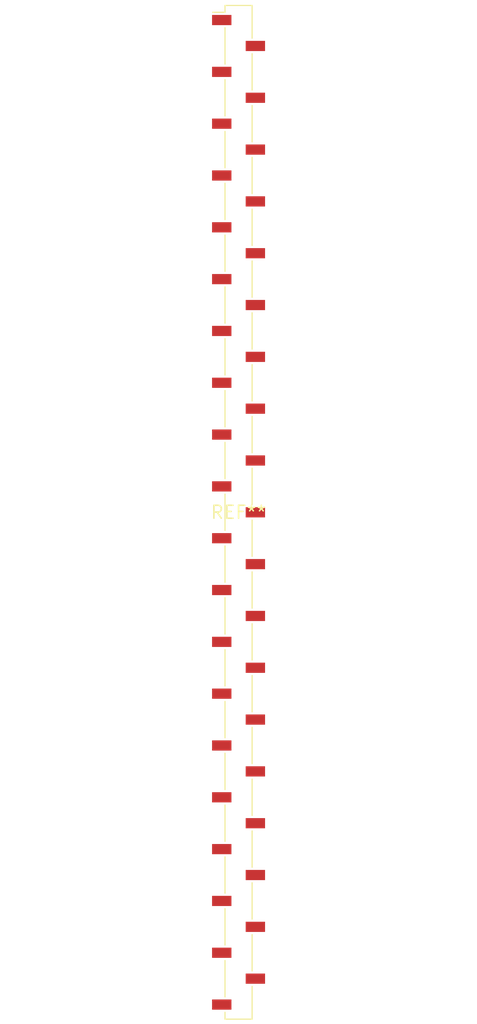
<source format=kicad_pcb>
(kicad_pcb (version 20240108) (generator pcbnew)
  (layers (0 "F.Cu" signal) (31 "B.Cu" signal) (34 "B.Paste" user) (35 "F.Paste" user) (36 "B.SilkS" user "B.Silkscreen") (37 "F.SilkS" user "F.Silkscreen") (38 "B.Mask" user) (39 "F.Mask" user) (44 "Edge.Cuts" user))
  (net 0 "")
  (footprint "PinSocket_1x39_P2.54mm_Vertical_SMD_Pin1Left" (layer "F.Cu") (at 0 0)
    (property "Reference" "REF**")
    (property "Value" "PinSocket_1x39_P2.54mm_Vertical_SMD_Pin1Left")
    (fp_line (start -2.54 -49.02) (end -1.33 -49.02) (layer "F.SilkS") (stroke (width 0.12)))
    (fp_line (start -1.33 -49.69) (end -1.33 -49.02) (layer "F.SilkS") (stroke (width 0.12)))
    (fp_line (start -1.33 -49.69) (end 1.33 -49.69) (layer "F.SilkS") (stroke (width 0.12)))
    (fp_line (start -1.33 -47.5) (end -1.33 -43.94) (layer "F.SilkS") (stroke (width 0.12)))
    (fp_line (start -1.33 -42.42) (end -1.33 -38.86) (layer "F.SilkS") (stroke (width 0.12)))
    (fp_line (start -1.33 -37.34) (end -1.33 -33.78) (layer "F.SilkS") (stroke (width 0.12)))
    (fp_line (start -1.33 -32.26) (end -1.33 -28.7) (layer "F.SilkS") (stroke (width 0.12)))
    (fp_line (start -1.33 -27.18) (end -1.33 -23.62) (layer "F.SilkS") (stroke (width 0.12)))
    (fp_line (start -1.33 -22.1) (end -1.33 -18.54) (layer "F.SilkS") (stroke (width 0.12)))
    (fp_line (start -1.33 -17.02) (end -1.33 -13.46) (layer "F.SilkS") (stroke (width 0.12)))
    (fp_line (start -1.33 -11.94) (end -1.33 -8.38) (layer "F.SilkS") (stroke (width 0.12)))
    (fp_line (start -1.33 -6.86) (end -1.33 -3.3) (layer "F.SilkS") (stroke (width 0.12)))
    (fp_line (start -1.33 -1.78) (end -1.33 1.78) (layer "F.SilkS") (stroke (width 0.12)))
    (fp_line (start -1.33 3.3) (end -1.33 6.86) (layer "F.SilkS") (stroke (width 0.12)))
    (fp_line (start -1.33 8.38) (end -1.33 11.94) (layer "F.SilkS") (stroke (width 0.12)))
    (fp_line (start -1.33 13.46) (end -1.33 17.02) (layer "F.SilkS") (stroke (width 0.12)))
    (fp_line (start -1.33 18.54) (end -1.33 22.1) (layer "F.SilkS") (stroke (width 0.12)))
    (fp_line (start -1.33 23.62) (end -1.33 27.18) (layer "F.SilkS") (stroke (width 0.12)))
    (fp_line (start -1.33 28.7) (end -1.33 32.26) (layer "F.SilkS") (stroke (width 0.12)))
    (fp_line (start -1.33 33.78) (end -1.33 37.34) (layer "F.SilkS") (stroke (width 0.12)))
    (fp_line (start -1.33 38.86) (end -1.33 42.42) (layer "F.SilkS") (stroke (width 0.12)))
    (fp_line (start -1.33 43.94) (end -1.33 47.5) (layer "F.SilkS") (stroke (width 0.12)))
    (fp_line (start -1.33 49.02) (end -1.33 49.69) (layer "F.SilkS") (stroke (width 0.12)))
    (fp_line (start -1.33 49.69) (end 1.33 49.69) (layer "F.SilkS") (stroke (width 0.12)))
    (fp_line (start 1.33 -49.69) (end 1.33 -46.48) (layer "F.SilkS") (stroke (width 0.12)))
    (fp_line (start 1.33 -44.96) (end 1.33 -41.4) (layer "F.SilkS") (stroke (width 0.12)))
    (fp_line (start 1.33 -39.88) (end 1.33 -36.32) (layer "F.SilkS") (stroke (width 0.12)))
    (fp_line (start 1.33 -34.8) (end 1.33 -31.24) (layer "F.SilkS") (stroke (width 0.12)))
    (fp_line (start 1.33 -29.72) (end 1.33 -26.16) (layer "F.SilkS") (stroke (width 0.12)))
    (fp_line (start 1.33 -24.64) (end 1.33 -21.08) (layer "F.SilkS") (stroke (width 0.12)))
    (fp_line (start 1.33 -19.56) (end 1.33 -16) (layer "F.SilkS") (stroke (width 0.12)))
    (fp_line (start 1.33 -14.48) (end 1.33 -10.92) (layer "F.SilkS") (stroke (width 0.12)))
    (fp_line (start 1.33 -9.4) (end 1.33 -5.84) (layer "F.SilkS") (stroke (width 0.12)))
    (fp_line (start 1.33 -4.32) (end 1.33 -0.76) (layer "F.SilkS") (stroke (width 0.12)))
    (fp_line (start 1.33 0.76) (end 1.33 4.32) (layer "F.SilkS") (stroke (width 0.12)))
    (fp_line (start 1.33 5.84) (end 1.33 9.4) (layer "F.SilkS") (stroke (width 0.12)))
    (fp_line (start 1.33 10.92) (end 1.33 14.48) (layer "F.SilkS") (stroke (width 0.12)))
    (fp_line (start 1.33 16) (end 1.33 19.56) (layer "F.SilkS") (stroke (width 0.12)))
    (fp_line (start 1.33 21.08) (end 1.33 24.64) (layer "F.SilkS") (stroke (width 0.12)))
    (fp_line (start 1.33 26.16) (end 1.33 29.72) (layer "F.SilkS") (stroke (width 0.12)))
    (fp_line (start 1.33 31.24) (end 1.33 34.8) (layer "F.SilkS") (stroke (width 0.12)))
    (fp_line (start 1.33 36.32) (end 1.33 39.88) (layer "F.SilkS") (stroke (width 0.12)))
    (fp_line (start 1.33 41.4) (end 1.33 44.96) (layer "F.SilkS") (stroke (width 0.12)))
    (fp_line (start 1.33 46.48) (end 1.33 49.69) (layer "F.SilkS") (stroke (width 0.12)))
    (pad "1" smd rect (at -1.65 -48.26) (size 1.9 1) (layers "F.Cu" "F.Paste" "F.Mask"))
    (pad "2" smd rect (at 1.65 -45.72) (size 1.9 1) (layers "F.Cu" "F.Paste" "F.Mask"))
    (pad "3" smd rect (at -1.65 -43.18) (size 1.9 1) (layers "F.Cu" "F.Paste" "F.Mask"))
    (pad "4" smd rect (at 1.65 -40.64) (size 1.9 1) (layers "F.Cu" "F.Paste" "F.Mask"))
    (pad "5" smd rect (at -1.65 -38.1) (size 1.9 1) (layers "F.Cu" "F.Paste" "F.Mask"))
    (pad "6" smd rect (at 1.65 -35.56) (size 1.9 1) (layers "F.Cu" "F.Paste" "F.Mask"))
    (pad "7" smd rect (at -1.65 -33.02) (size 1.9 1) (layers "F.Cu" "F.Paste" "F.Mask"))
    (pad "8" smd rect (at 1.65 -30.48) (size 1.9 1) (layers "F.Cu" "F.Paste" "F.Mask"))
    (pad "9" smd rect (at -1.65 -27.94) (size 1.9 1) (layers "F.Cu" "F.Paste" "F.Mask"))
    (pad "10" smd rect (at 1.65 -25.4) (size 1.9 1) (layers "F.Cu" "F.Paste" "F.Mask"))
    (pad "11" smd rect (at -1.65 -22.86) (size 1.9 1) (layers "F.Cu" "F.Paste" "F.Mask"))
    (pad "12" smd rect (at 1.65 -20.32) (size 1.9 1) (layers "F.Cu" "F.Paste" "F.Mask"))
    (pad "13" smd rect (at -1.65 -17.78) (size 1.9 1) (layers "F.Cu" "F.Paste" "F.Mask"))
    (pad "14" smd rect (at 1.65 -15.24) (size 1.9 1) (layers "F.Cu" "F.Paste" "F.Mask"))
    (pad "15" smd rect (at -1.65 -12.7) (size 1.9 1) (layers "F.Cu" "F.Paste" "F.Mask"))
    (pad "16" smd rect (at 1.65 -10.16) (size 1.9 1) (layers "F.Cu" "F.Paste" "F.Mask"))
    (pad "17" smd rect (at -1.65 -7.62) (size 1.9 1) (layers "F.Cu" "F.Paste" "F.Mask"))
    (pad "18" smd rect (at 1.65 -5.08) (size 1.9 1) (layers "F.Cu" "F.Paste" "F.Mask"))
    (pad "19" smd rect (at -1.65 -2.54) (size 1.9 1) (layers "F.Cu" "F.Paste" "F.Mask"))
    (pad "20" smd rect (at 1.65 0) (size 1.9 1) (layers "F.Cu" "F.Paste" "F.Mask"))
    (pad "21" smd rect (at -1.65 2.54) (size 1.9 1) (layers "F.Cu" "F.Paste" "F.Mask"))
    (pad "22" smd rect (at 1.65 5.08) (size 1.9 1) (layers "F.Cu" "F.Paste" "F.Mask"))
    (pad "23" smd rect (at -1.65 7.62) (size 1.9 1) (layers "F.Cu" "F.Paste" "F.Mask"))
    (pad "24" smd rect (at 1.65 10.16) (size 1.9 1) (layers "F.Cu" "F.Paste" "F.Mask"))
    (pad "25" smd rect (at -1.65 12.7) (size 1.9 1) (layers "F.Cu" "F.Paste" "F.Mask"))
    (pad "26" smd rect (at 1.65 15.24) (size 1.9 1) (layers "F.Cu" "F.Paste" "F.Mask"))
    (pad "27" smd rect (at -1.65 17.78) (size 1.9 1) (layers "F.Cu" "F.Paste" "F.Mask"))
    (pad "28" smd rect (at 1.65 20.32) (size 1.9 1) (layers "F.Cu" "F.Paste" "F.Mask"))
    (pad "29" smd rect (at -1.65 22.86) (size 1.9 1) (layers "F.Cu" "F.Paste" "F.Mask"))
    (pad "30" smd rect (at 1.65 25.4) (size 1.9 1) (layers "F.Cu" "F.Paste" "F.Mask"))
    (pad "31" smd rect (at -1.65 27.94) (size 1.9 1) (layers "F.Cu" "F.Paste" "F.Mask"))
    (pad "32" smd rect (at 1.65 30.48) (size 1.9 1) (layers "F.Cu" "F.Paste" "F.Mask"))
    (pad "33" smd rect (at -1.65 33.02) (size 1.9 1) (layers "F.Cu" "F.Paste" "F.Mask"))
    (pad "34" smd rect (at 1.65 35.56) (size 1.9 1) (layers "F.Cu" "F.Paste" "F.Mask"))
    (pad "35" smd rect (at -1.65 38.1) (size 1.9 1) (layers "F.Cu" "F.Paste" "F.Mask"))
    (pad "36" smd rect (at 1.65 40.64) (size 1.9 1) (layers "F.Cu" "F.Paste" "F.Mask"))
    (pad "37" smd rect (at -1.65 43.18) (size 1.9 1) (layers "F.Cu" "F.Paste" "F.Mask"))
    (pad "38" smd rect (at 1.65 45.72) (size 1.9 1) (layers "F.Cu" "F.Paste" "F.Mask"))
    (pad "39" smd rect (at -1.65 48.26) (size 1.9 1) (layers "F.Cu" "F.Paste" "F.Mask"))
  )
)
</source>
